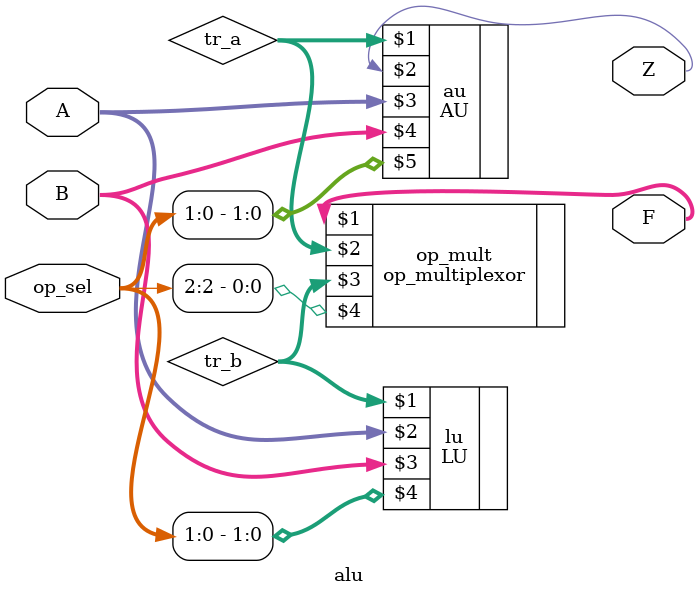
<source format=v>
module alu(output [15:0] F, output Z,
 input [15:0] A, input [15:0] B, input [2:0] op_sel);
	wire [15:0] tr_a, tr_b;
	AU au(tr_a, Z, A, B, op_sel[1:0]);
	LU lu(tr_b, A, B, op_sel[1:0]);
	op_multiplexor op_mult(F, tr_a, tr_b, op_sel[2]);
endmodule

</source>
